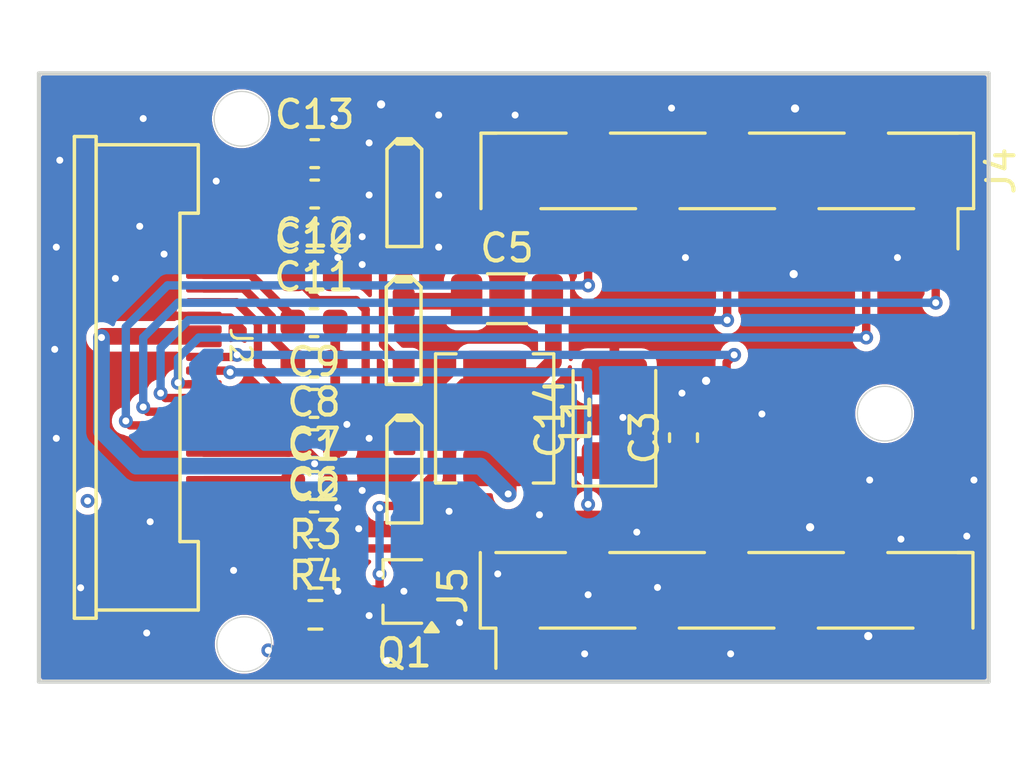
<source format=kicad_pcb>
(kicad_pcb (version 20241229) (generator "pcbnew") (generator_version "9.0")
  (layers (0 "F.Cu" signal) (2 "B.Cu" signal) (13 "F.Paste" user) (15 "B.Paste" user) (5 "F.SilkS" user "F.Silkscreen") (7 "B.SilkS" user "B.Silkscreen") (1 "F.Mask" user) (3 "B.Mask" user) (25 "Edge.Cuts" user))
  (net 0 "")
  (net 1 "GND")
  (net 2 "N$25")
  (net 3 "SCK")
  (net 4 "MOSI")
  (net 5 "D8")
  (net 6 "TX")
  (net 7 "RX")
  (net 8 "Net-(C1-Pad1)")
  (net 9 "Net-(C2-Pad1)")
  (net 10 "+3V3")
  (net 11 "Net-(Q1-D)")
  (net 12 "Net-(C5-Pad1)")
  (net 13 "Net-(C7-Pad2)")
  (net 14 "Net-(C8-Pad2)")
  (net 15 "Net-(C9-Pad2)")
  (net 16 "Net-(C10-Pad1)")
  (net 17 "Net-(C11-Pad2)")
  (net 18 "Net-(C12-Pad2)")
  (net 19 "Net-(C13-Pad1)")
  (net 20 "D5{slash}BUSY")
  (net 21 "D3{slash}DC")
  (net 23 "D1{slash}CS")
  (net 24 "D0{slash}RST")
  (net 25 "Net-(Q1-S)")
  (net 27 "Net-(Q1-G)")
  (net 28 "D2")
  (net 29 "D4")
  (net 30 "+5V")
  (footprint "epaperIO:SOD-323" (layer "F.Cu") (at 141.85 98.4405 -90)
    (property "Reference" "D3" (hide yes))
    (property "Value" "B0540W")
    (fp_line (start -1.778 0.635) (end -2.159 0.254) (stroke (width 0.127)) (layer "F.SilkS"))
    (fp_line (start 1.778 0.635) (end -1.778 0.635) (stroke (width 0.127)) (layer "F.SilkS"))
    (fp_line (start -2.159 0.254) (end -2.159 -0.254) (stroke (width 0.127)) (layer "F.SilkS"))
    (fp_line (start -2.159 -0.254) (end -1.778 -0.635) (stroke (width 0.127)) (layer "F.SilkS"))
    (fp_line (start -2.0066 -0.254) (end -2.0066 0.254) (stroke (width 0.2032)) (layer "F.SilkS"))
    (fp_line (start -1.778 -0.635) (end 1.778 -0.635) (stroke (width 0.127)) (layer "F.SilkS"))
    (fp_line (start 1.778 -0.635) (end 1.778 0.635) (stroke (width 0.127)) (layer "F.SilkS"))
    (pad "+" smd roundrect (at 1.2 0 90) (size 1 0.8) (layers "F.Cu" "F.Mask" "F.Paste") (roundrect_rratio 0.125) (net 12 "Net-(C5-Pad1)"))
    (pad "-" smd roundrect (at -1.2 0 90) (size 1 0.8) (layers "F.Cu" "F.Mask" "F.Paste") (roundrect_rratio 0.125) (net 1 "GND"))
  )
  (footprint "Inductor_SMD:L_TechFuse_SL0420" (layer "F.Cu") (at 145.15 106.5 -90)
    (property "Reference" "L1" (at 0 -3 90) (layer "F.SilkS"))
    (property "Value" "10uH")
    (fp_line (start -2.36 2.16) (end -2.36 1.41) (stroke (width 0.12)) (layer "F.SilkS"))
    (fp_line (start 2.36 2.16) (end -2.36 2.16) (stroke (width 0.12)) (layer "F.SilkS"))
    (fp_line (start 2.36 1.41) (end 2.36 2.16) (stroke (width 0.12)) (layer "F.SilkS"))
    (fp_line (start -2.36 -1.41) (end -2.36 -2.16) (stroke (width 0.12)) (layer "F.SilkS"))
    (fp_line (start -2.36 -2.16) (end 2.36 -2.16) (stroke (width 0.12)) (layer "F.SilkS"))
    (fp_line (start 2.36 -2.16) (end 2.36 -1.41) (stroke (width 0.12)) (layer "F.SilkS"))
    (pad "1" smd roundrect (at -1.775 0 270) (size 1.4 2.3) (layers "F.Cu" "F.Mask" "F.Paste") (roundrect_rratio 0.178571) (net 11 "Net-(Q1-D)"))
    (pad "2" smd roundrect (at 1.775 0 270) (size 1.4 2.3) (layers "F.Cu" "F.Mask" "F.Paste") (roundrect_rratio 0.178571) (net 10 "+3V3"))
  )
  (footprint "Resistor_SMD:R_0603_1608Metric" (layer "F.Cu") (at 138.6 113.675)
    (property "Reference" "R4" (at 0 -1.43 0) (layer "F.SilkS"))
    (property "Value" "10K")
    (fp_line (start -0.237258 -0.5225) (end 0.237258 -0.5225) (stroke (width 0.12)) (layer "F.SilkS"))
    (fp_line (start -0.237258 0.5225) (end 0.237258 0.5225) (stroke (width 0.12)) (layer "F.SilkS"))
    (pad "1" smd roundrect (at -0.825 0) (size 0.8 0.95) (layers "F.Cu" "F.Mask" "F.Paste") (net 27 "Net-(Q1-G)"))
    (pad "2" smd roundrect (at 0.825 0) (size 0.8 0.95) (layers "F.Cu" "F.Mask" "F.Paste") (net 1 "GND"))
  )
  (footprint "Capacitor_SMD:C_0603_1608Metric" (layer "F.Cu") (at 138.55 108.95)
    (property "Reference" "C1" (at 0 -1.43 0) (layer "F.SilkS"))
    (property "Value" "1uF")
    (fp_line (start -0.14058 -0.51) (end 0.14058 -0.51) (stroke (width 0.12)) (layer "F.SilkS"))
    (fp_line (start -0.14058 0.51) (end 0.14058 0.51) (stroke (width 0.12)) (layer "F.SilkS"))
    (pad "1" smd roundrect (at -0.775 0) (size 0.9 0.95) (layers "F.Cu" "F.Mask" "F.Paste") (net 8 "Net-(C1-Pad1)"))
    (pad "2" smd roundrect (at 0.775 0) (size 0.9 0.95) (layers "F.Cu" "F.Mask" "F.Paste") (net 1 "GND"))
  )
  (footprint "Capacitor_SMD:C_0603_1608Metric" (layer "F.Cu") (at 138.575 98.3 180)
    (property "Reference" "C12" (at 0 -1.43 0) (layer "F.SilkS"))
    (property "Value" "1uF")
    (fp_line (start -0.14058 0.51) (end 0.14058 0.51) (stroke (width 0.12)) (layer "F.SilkS"))
    (fp_line (start -0.14058 -0.51) (end 0.14058 -0.51) (stroke (width 0.12)) (layer "F.SilkS"))
    (pad "1" smd roundrect (at -0.775 0 180) (size 0.9 0.95) (layers "F.Cu" "F.Mask" "F.Paste") (net 1 "GND"))
    (pad "2" smd roundrect (at 0.775 0 180) (size 0.9 0.95) (layers "F.Cu" "F.Mask" "F.Paste") (net 18 "Net-(C12-Pad2)"))
  )
  (footprint "epaperIO:SOD-323" (layer "F.Cu") (at 141.825 103.475 -90)
    (property "Reference" "D2" (hide yes))
    (property "Value" "B0540W")
    (fp_line (start -1.778 0.635) (end -2.159 0.254) (stroke (width 0.127)) (layer "F.SilkS"))
    (fp_line (start 1.778 0.635) (end -1.778 0.635) (stroke (width 0.127)) (layer "F.SilkS"))
    (fp_line (start -2.159 0.254) (end -2.159 -0.254) (stroke (width 0.127)) (layer "F.SilkS"))
    (fp_line (start -2.159 -0.254) (end -1.778 -0.635) (stroke (width 0.127)) (layer "F.SilkS"))
    (fp_line (start -2.0066 -0.254) (end -2.0066 0.254) (stroke (width 0.2032)) (layer "F.SilkS"))
    (fp_line (start -1.778 -0.635) (end 1.778 -0.635) (stroke (width 0.127)) (layer "F.SilkS"))
    (fp_line (start 1.778 -0.635) (end 1.778 0.635) (stroke (width 0.127)) (layer "F.SilkS"))
    (pad "+" smd roundrect (at 1.2 0 90) (size 1 0.8) (layers "F.Cu" "F.Mask" "F.Paste") (roundrect_rratio 0.125) (net 18 "Net-(C12-Pad2)"))
    (pad "-" smd roundrect (at -1.2 0 90) (size 1 0.8) (layers "F.Cu" "F.Mask" "F.Paste") (roundrect_rratio 0.125) (net 12 "Net-(C5-Pad1)"))
  )
  (footprint "Capacitor_SMD:C_0603_1608Metric" (layer "F.Cu") (at 138.55 104.475 180)
    (property "Reference" "C8" (at 0 -1.43 0) (layer "F.SilkS"))
    (property "Value" "1uF")
    (fp_line (start -0.14058 0.51) (end 0.14058 0.51) (stroke (width 0.12)) (layer "F.SilkS"))
    (fp_line (start -0.14058 -0.51) (end 0.14058 -0.51) (stroke (width 0.12)) (layer "F.SilkS"))
    (pad "1" smd roundrect (at -0.775 0 180) (size 0.9 0.95) (layers "F.Cu" "F.Mask" "F.Paste") (net 1 "GND"))
    (pad "2" smd roundrect (at 0.775 0 180) (size 0.9 0.95) (layers "F.Cu" "F.Mask" "F.Paste") (net 14 "Net-(C8-Pad2)"))
  )
  (footprint "Capacitor_Tantalum_SMD:CP_EIA-3528-15_AVX-H" (layer "F.Cu") (at 149.525 106.5 90)
    (property "Reference" "C14" (at 0 -2.35 90) (layer "F.SilkS"))
    (property "Value" "220uF/6.3V")
    (fp_line (start 1.75 -1.51) (end -2.47 -1.51) (stroke (width 0.12)) (layer "F.SilkS"))
    (fp_line (start -2.47 -1.51) (end -2.47 1.51) (stroke (width 0.12)) (layer "F.SilkS"))
    (fp_line (start -2.47 1.51) (end 1.75 1.51) (stroke (width 0.12)) (layer "F.SilkS"))
    (pad "1" smd roundrect (at -1.54 0 90) (size 1.34 2.39) (layers "F.Cu" "F.Mask" "F.Paste") (roundrect_rratio 0.186567) (net 10 "+3V3"))
    (pad "2" smd roundrect (at 1.54 0 90) (size 1.34 2.39) (layers "F.Cu" "F.Mask" "F.Paste") (roundrect_rratio 0.186567) (net 1 "GND"))
  )
  (footprint "Connector_PinHeader_2.54mm:PinHeader_1x07_P2.54mm_Vertical_SMD_Pin1Right" (layer "F.Cu") (at 153.65 97.455 -90)
    (property "Reference" "J4" (at 0 -10 90) (layer "F.SilkS"))
    (property "Value" "Conn_01x07_Pin")
    (fp_line (start -1.38 9) (end 1.38 9) (stroke (width 0.12)) (layer "F.SilkS"))
    (fp_line (start -1.38 8.43) (end -1.38 9) (stroke (width 0.12)) (layer "F.SilkS"))
    (fp_line (start -1.38 5.89) (end -1.38 9) (stroke (width 0.12)) (layer "F.SilkS"))
    (fp_line (start 1.38 3.35) (end 1.38 6.81) (stroke (width 0.12)) (layer "F.SilkS"))
    (fp_line (start -1.38 0.81) (end -1.38 4.27) (stroke (width 0.12)) (layer "F.SilkS"))
    (fp_line (start 1.38 -1.73) (end 1.38 1.73) (stroke (width 0.12)) (layer "F.SilkS"))
    (fp_line (start -1.38 -4.27) (end -1.38 -0.81) (stroke (width 0.12)) (layer "F.SilkS"))
    (fp_line (start 1.38 -6.81) (end 1.38 -3.35) (stroke (width 0.12)) (layer "F.SilkS"))
    (fp_line (start -1.38 -8.43) (end -1.38 -5.89) (stroke (width 0.12)) (layer "F.SilkS"))
    (fp_line (start 1.38 -8.43) (end 2.85 -8.43) (stroke (width 0.12)) (layer "F.SilkS"))
    (fp_line (start -1.38 -9) (end -1.38 -5.89) (stroke (width 0.12)) (layer "F.SilkS"))
    (fp_line (start -1.38 -9) (end 1.38 -9) (stroke (width 0.12)) (layer "F.SilkS"))
    (fp_line (start 1.38 -9) (end 1.38 -8.43) (stroke (width 0.12)) (layer "F.SilkS"))
    (pad "1" smd rect (at 1.655 -7.62 270) (size 2.51 1) (layers "F.Cu" "F.Mask" "F.Paste") (net 24 "D0{slash}RST"))
    (pad "2" smd rect (at -1.655 -5.08 270) (size 2.51 1) (layers "F.Cu" "F.Mask" "F.Paste") (net 23 "D1{slash}CS"))
    (pad "3" smd rect (at 1.655 -2.54 270) (size 2.51 1) (layers "F.Cu" "F.Mask" "F.Paste") (net 28 "D2"))
    (pad "4" smd rect (at -1.655 0 270) (size 2.51 1) (layers "F.Cu" "F.Mask" "F.Paste") (net 21 "D3{slash}DC"))
    (pad "5" smd rect (at 1.655 2.54 270) (size 2.51 1) (layers "F.Cu" "F.Mask" "F.Paste") (net 29 "D4"))
    (pad "6" smd rect (at -1.655 5.08 270) (size 2.51 1) (layers "F.Cu" "F.Mask" "F.Paste") (net 20 "D5{slash}BUSY"))
    (pad "7" smd rect (at 1.655 7.62 270) (size 2.51 1) (layers "F.Cu" "F.Mask" "F.Paste") (net 6 "TX"))
  )
  (footprint "Connector_PinHeader_2.54mm:PinHeader_1x07_P2.54mm_Vertical_SMD_Pin1Left" (layer "F.Cu") (at 153.625 112.78 90)
    (property "Reference" "J5" (at 0 -10 90) (layer "F.SilkS"))
    (property "Value" "Conn_01x07_Pin")
    (fp_line (start -1.38 -9) (end 1.38 -9) (stroke (width 0.12)) (layer "F.SilkS"))
    (fp_line (start -1.38 -9) (end -1.38 -8.43) (stroke (width 0.12)) (layer "F.SilkS"))
    (fp_line (start 1.38 -8.43) (end 1.38 -5.89) (stroke (width 0.12)) (layer "F.SilkS"))
    (fp_line (start -1.38 -8.43) (end -2.85 -8.43) (stroke (width 0.12)) (layer "F.SilkS"))
    (fp_line (start -1.38 -6.81) (end -1.38 -3.35) (stroke (width 0.12)) (layer "F.SilkS"))
    (fp_line (start 1.38 -4.27) (end 1.38 -0.81) (stroke (width 0.12)) (layer "F.SilkS"))
    (fp_line (start -1.38 -1.73) (end -1.38 1.73) (stroke (width 0.12)) (layer "F.SilkS"))
    (fp_line (start 1.38 0.81) (end 1.38 4.27) (stroke (width 0.12)) (layer "F.SilkS"))
    (fp_line (start -1.38 3.35) (end -1.38 6.81) (stroke (width 0.12)) (layer "F.SilkS"))
    (fp_line (start 1.38 5.89) (end 1.38 9) (stroke (width 0.12)) (layer "F.SilkS"))
    (fp_line (start 1.38 8.43) (end 1.38 9) (stroke (width 0.12)) (layer "F.SilkS"))
    (fp_line (start -1.38 9) (end 1.38 9) (stroke (width 0.12)) (layer "F.SilkS"))
    (pad "1" smd rect (at -1.655 -7.62 90) (size 2.51 1) (layers "F.Cu" "F.Mask" "F.Paste") (net 7 "RX"))
    (pad "2" smd rect (at 1.655 -5.08 90) (size 2.51 1) (layers "F.Cu" "F.Mask" "F.Paste") (net 3 "SCK"))
    (pad "3" smd rect (at -1.655 -2.54 90) (size 2.51 1) (layers "F.Cu" "F.Mask" "F.Paste") (net 5 "D8"))
    (pad "4" smd rect (at 1.655 0 90) (size 2.51 1) (layers "F.Cu" "F.Mask" "F.Paste") (net 4 "MOSI"))
    (pad "5" smd rect (at -1.655 2.54 90) (size 2.51 1) (layers "F.Cu" "F.Mask" "F.Paste") (net 10 "+3V3"))
    (pad "6" smd rect (at 1.655 5.08 90) (size 2.51 1) (layers "F.Cu" "F.Mask" "F.Paste") (net 1 "GND"))
    (pad "7" smd rect (at -1.655 7.62 90) (size 2.51 1) (layers "F.Cu" "F.Mask" "F.Paste") (net 30 "+5V"))
  )
  (footprint "epaperIO:FPCB24-SMD-0.5-17.6X5.0X2MM" (layer "F.Cu") (at 134.525 105 -90)
    (property "Reference" "J2" (at -1.905 -0.889 270) (layer "F.SilkS") (effects (font (size 0.78232 0.78232) (thickness 0.10668)) (justify left bottom)))
    (property "Value" "Display")
    (fp_line (start -8.8 4.731) (end -8.8 3.9365) (stroke (width 0.127)) (layer "F.SilkS"))
    (fp_line (start 8.8 4.731) (end -8.8 4.731) (stroke (width 0.127)) (layer "F.SilkS"))
    (fp_line (start -8.8 3.9365) (end -8.5 3.9365) (stroke (width 0.127)) (layer "F.SilkS"))
    (fp_line (start -8.5 3.9365) (end 8.5 3.9365) (stroke (width 0.127)) (layer "F.SilkS"))
    (fp_line (start -8.5 3.9365) (end -8.5 0.204) (stroke (width 0.127)) (layer "F.SilkS"))
    (fp_line (start 8.5 3.9365) (end 8.8 3.9365) (stroke (width 0.127)) (layer "F.SilkS"))
    (fp_line (start 8.8 3.9365) (end 8.8 4.731) (stroke (width 0.127)) (layer "F.SilkS"))
    (fp_line (start -6 0.873) (end 6 0.873) (stroke (width 0.127)) (layer "F.SilkS"))
    (fp_line (start 6 0.873) (end 6 0.204) (stroke (width 0.127)) (layer "F.SilkS"))
    (fp_line (start -8.5 0.204) (end -6 0.204) (stroke (width 0.127)) (layer "F.SilkS"))
    (fp_line (start -6 0.204) (end -6 0.873) (stroke (width 0.127)) (layer "F.SilkS"))
    (fp_line (start 6 0.204) (end 8.5 0.204) (stroke (width 0.127)) (layer "F.SilkS"))
    (fp_line (start 8.5 0.204) (end 8.5 3.9365) (stroke (width 0.127)) (layer "F.SilkS"))
    (pad "1" smd roundrect (at 5.75 0 180) (size 1.3 0.3) (layers "F.Cu" "F.Mask" "F.Paste"))
    (pad "2" smd roundrect (at 5.25 0 180) (size 1.3 0.3) (layers "F.Cu" "F.Mask" "F.Paste") (net 27 "Net-(Q1-G)"))
    (pad "3" smd roundrect (at 4.75 0 180) (size 1.3 0.3) (layers "F.Cu" "F.Mask" "F.Paste") (net 25 "Net-(Q1-S)"))
    (pad "4" smd roundrect (at 4.25 0 180) (size 1.3 0.3) (layers "F.Cu" "F.Mask" "F.Paste") (net 9 "Net-(C2-Pad1)"))
    (pad "5" smd roundrect (at 3.75 0 180) (size 1.3 0.3) (layers "F.Cu" "F.Mask" "F.Paste") (net 8 "Net-(C1-Pad1)"))
    (pad "6" smd roundrect (at 3.25 0 180) (size 1.3 0.3) (layers "F.Cu" "F.Mask" "F.Paste"))
    (pad "7" smd roundrect (at 2.75 0 180) (size 1.3 0.3) (layers "F.Cu" "F.Mask" "F.Paste") (net 10 "+3V3"))
    (pad "8" smd roundrect (at 2.25 0 180) (size 1.3 0.3) (layers "F.Cu" "F.Mask" "F.Paste") (net 1 "GND"))
    (pad "9" smd roundrect (at 1.75 0 180) (size 1.3 0.3) (layers "F.Cu" "F.Mask" "F.Paste") (net 20 "D5{slash}BUSY"))
    (pad "10" smd roundrect (at 1.25 0 180) (size 1.3 0.3) (layers "F.Cu" "F.Mask" "F.Paste") (net 24 "D0{slash}RST"))
    (pad "11" smd roundrect (at 0.75 0 180) (size 1.3 0.3) (layers "F.Cu" "F.Mask" "F.Paste") (net 21 "D3{slash}DC"))
    (pad "12" smd roundrect (at 0.25 0 180) (size 1.3 0.3) (layers "F.Cu" "F.Mask" "F.Paste") (net 23 "D1{slash}CS"))
    (pad "13" smd roundrect (at -0.25 0 180) (size 1.3 0.3) (layers "F.Cu" "F.Mask" "F.Paste") (net 3 "SCK"))
    (pad "14" smd roundrect (at -0.75 0 180) (size 1.3 0.3) (layers "F.Cu" "F.Mask" "F.Paste") (net 4 "MOSI"))
    (pad "15" smd roundrect (at -1.25 0 180) (size 1.3 0.3) (layers "F.Cu" "F.Mask" "F.Paste") (net 10 "+3V3"))
    (pad "16" smd roundrect (at -1.75 0 180) (size 1.3 0.3) (layers "F.Cu" "F.Mask" "F.Paste") (net 10 "+3V3"))
    (pad "17" smd roundrect (at -2.25 0 180) (size 1.3 0.3) (layers "F.Cu" "F.Mask" "F.Paste") (net 1 "GND"))
    (pad "18" smd roundrect (at -2.75 0 180) (size 1.3 0.3) (layers "F.Cu" "F.Mask" "F.Paste") (net 13 "Net-(C7-Pad2)"))
    (pad "19" smd roundrect (at -3.25 0 180) (size 1.3 0.3) (layers "F.Cu" "F.Mask" "F.Paste") (net 14 "Net-(C8-Pad2)"))
    (pad "20" smd roundrect (at -3.75 0 180) (size 1.3 0.3) (layers "F.Cu" "F.Mask" "F.Paste") (net 15 "Net-(C9-Pad2)"))
    (pad "21" smd roundrect (at -4.25 0 180) (size 1.3 0.3) (layers "F.Cu" "F.Mask" "F.Paste") (net 16 "Net-(C10-Pad1)"))
    (pad "22" smd roundrect (at -4.75 0 180) (size 1.3 0.3) (layers "F.Cu" "F.Mask" "F.Paste") (net 17 "Net-(C11-Pad2)"))
    (pad "23" smd roundrect (at -5.25 0 180) (size 1.3 0.3) (layers "F.Cu" "F.Mask" "F.Paste") (net 18 "Net-(C12-Pad2)"))
    (pad "24" smd roundrect (at -5.75 0 180) (size 1.3 0.3) (layers "F.Cu" "F.Mask" "F.Paste") (net 19 "Net-(C13-Pad1)"))
    (pad "25" smd roundrect (at -7.4 2.35) (size 3 2) (layers "F.Cu" "F.Mask" "F.Paste") (net 1 "GND"))
    (pad "26" smd roundrect (at 7.4 2.35) (size 3 2) (layers "F.Cu" "F.Mask" "F.Paste") (net 1 "GND"))
  )
  (footprint "Capacitor_SMD:C_0603_1608Metric" (layer "F.Cu") (at 138.55 110.425)
    (property "Reference" "C2" (at 0 -1.43 0) (layer "F.SilkS"))
    (property "Value" "1uF")
    (fp_line (start -0.14058 -0.51) (end 0.14058 -0.51) (stroke (width 0.12)) (layer "F.SilkS"))
    (fp_line (start -0.14058 0.51) (end 0.14058 0.51) (stroke (width 0.12)) (layer "F.SilkS"))
    (pad "1" smd roundrect (at -0.775 0) (size 0.9 0.95) (layers "F.Cu" "F.Mask" "F.Paste") (net 9 "Net-(C2-Pad1)"))
    (pad "2" smd roundrect (at 0.775 0) (size 0.9 0.95) (layers "F.Cu" "F.Mask" "F.Paste") (net 1 "GND"))
  )
  (footprint "Capacitor_SMD:C_0603_1608Metric" (layer "F.Cu") (at 152.05 107.2 90)
    (property "Reference" "C3" (at 0 -1.43 90) (layer "F.SilkS"))
    (property "Value" "1uF")
    (fp_line (start -0.14058 -0.51) (end 0.14058 -0.51) (stroke (width 0.12)) (layer "F.SilkS"))
    (fp_line (start -0.14058 0.51) (end 0.14058 0.51) (stroke (width 0.12)) (layer "F.SilkS"))
    (pad "1" smd roundrect (at -0.775 0 90) (size 0.9 0.95) (layers "F.Cu" "F.Mask" "F.Paste") (net 10 "+3V3"))
    (pad "2" smd roundrect (at 0.775 0 90) (size 0.9 0.95) (layers "F.Cu" "F.Mask" "F.Paste") (net 1 "GND"))
  )
  (footprint "Capacitor_SMD:C_0603_1608Metric" (layer "F.Cu") (at 138.55 107.425 180)
    (property "Reference" "C6" (at 0 -1.43 0) (layer "F.SilkS"))
    (property "Value" "100nF")
    (fp_line (start -0.14058 0.51) (end 0.14058 0.51) (stroke (width 0.12)) (layer "F.SilkS"))
    (fp_line (start -0.14058 -0.51) (end 0.14058 -0.51) (stroke (width 0.12)) (layer "F.SilkS"))
    (pad "1" smd roundrect (at -0.775 0 180) (size 0.9 0.95) (layers "F.Cu" "F.Mask" "F.Paste") (net 1 "GND"))
    (pad "2" smd roundrect (at 0.775 0 180) (size 0.9 0.95) (layers "F.Cu" "F.Mask" "F.Paste") (net 10 "+3V3"))
  )
  (footprint "Capacitor_SMD:C_0603_1608Metric" (layer "F.Cu") (at 138.575 96.825)
    (property "Reference" "C13" (at 0 -1.43 0) (layer "F.SilkS"))
    (property "Value" "1uF")
    (fp_line (start -0.14058 -0.51) (end 0.14058 -0.51) (stroke (width 0.12)) (layer "F.SilkS"))
    (fp_line (start -0.14058 0.51) (end 0.14058 0.51) (stroke (width 0.12)) (layer "F.SilkS"))
    (pad "1" smd roundrect (at -0.775 0) (size 0.9 0.95) (layers "F.Cu" "F.Mask" "F.Paste") (net 19 "Net-(C13-Pad1)"))
    (pad "2" smd roundrect (at 0.775 0) (size 0.9 0.95) (layers "F.Cu" "F.Mask" "F.Paste") (net 1 "GND"))
  )
  (footprint "Capacitor_SMD:C_0603_1608Metric" (layer "F.Cu") (at 138.55 99.9 180)
    (property "Reference" "C11" (at 0 -1.43 0) (layer "F.SilkS"))
    (property "Value" "1uF")
    (fp_line (start -0.14058 0.51) (end 0.14058 0.51) (stroke (width 0.12)) (layer "F.SilkS"))
    (fp_line (start -0.14058 -0.51) (end 0.14058 -0.51) (stroke (width 0.12)) (layer "F.SilkS"))
    (pad "1" smd roundrect (at -0.775 0 180) (size 0.9 0.95) (layers "F.Cu" "F.Mask" "F.Paste") (net 1 "GND"))
    (pad "2" smd roundrect (at 0.775 0 180) (size 0.9 0.95) (layers "F.Cu" "F.Mask" "F.Paste") (net 17 "Net-(C11-Pad2)"))
  )
  (footprint "Capacitor_SMD:C_1206_3216Metric" (layer "F.Cu") (at 145.6 102.125)
    (property "Reference" "C5" (at 0 -1.85 0) (layer "F.SilkS"))
    (property "Value" "4.7uF/50V")
    (fp_line (start -0.711252 -0.91) (end 0.711252 -0.91) (stroke (width 0.12)) (layer "F.SilkS"))
    (fp_line (start -0.711252 0.91) (end 0.711252 0.91) (stroke (width 0.12)) (layer "F.SilkS"))
    (pad "1" smd roundrect (at -1.475 0) (size 1.15 1.8) (layers "F.Cu" "F.Mask" "F.Paste") (roundrect_rratio 0.217391) (net 12 "Net-(C5-Pad1)"))
    (pad "2" smd roundrect (at 1.475 0) (size 1.15 1.8) (layers "F.Cu" "F.Mask" "F.Paste") (roundrect_rratio 0.217391) (net 11 "Net-(Q1-D)"))
  )
  (footprint "Capacitor_SMD:C_0603_1608Metric" (layer "F.Cu") (at 138.55 105.95 180)
    (property "Reference" "C7" (at 0 -1.43 0) (layer "F.SilkS"))
    (property "Value" "1uF")
    (fp_line (start -0.14058 0.51) (end 0.14058 0.51) (stroke (width 0.12)) (layer "F.SilkS"))
    (fp_line (start -0.14058 -0.51) (end 0.14058 -0.51) (stroke (width 0.12)) (layer "F.SilkS"))
    (pad "1" smd roundrect (at -0.775 0 180) (size 0.9 0.95) (layers "F.Cu" "F.Mask" "F.Paste") (net 1 "GND"))
    (pad "2" smd roundrect (at 0.775 0 180) (size 0.9 0.95) (layers "F.Cu" "F.Mask" "F.Paste") (net 13 "Net-(C7-Pad2)"))
  )
  (footprint "epaperIO:SOD-323" (layer "F.Cu") (at 141.85 108.5405 -90)
    (property "Reference" "D1" (hide yes))
    (property "Value" "B0540W")
    (fp_line (start -1.778 0.635) (end -2.159 0.254) (stroke (width 0.127)) (layer "F.SilkS"))
    (fp_line (start 1.778 0.635) (end -1.778 0.635) (stroke (width 0.127)) (layer "F.SilkS"))
    (fp_line (start -2.159 0.254) (end -2.159 -0.254) (stroke (width 0.127)) (layer "F.SilkS"))
    (fp_line (start -2.159 -0.254) (end -1.778 -0.635) (stroke (width 0.127)) (layer "F.SilkS"))
    (fp_line (start -2.0066 -0.254) (end -2.0066 0.254) (stroke (width 0.2032)) (layer "F.SilkS"))
    (fp_line (start -1.778 -0.635) (end 1.778 -0.635) (stroke (width 0.127)) (layer "F.SilkS"))
    (fp_line (start 1.778 -0.635) (end 1.778 0.635) (stroke (width 0.127)) (layer "F.SilkS"))
    (pad "+" smd roundrect (at 1.2 0 90) (size 1 0.8) (layers "F.Cu" "F.Mask" "F.Paste") (roundrect_rratio 0.125) (net 11 "Net-(Q1-D)"))
    (pad "-" smd roundrect (at -1.2 0 90) (size 1 0.8) (layers "F.Cu" "F.Mask" "F.Paste") (roundrect_rratio 0.125) (net 16 "Net-(C10-Pad1)"))
  )
  (footprint "Resistor_SMD:R_0603_1608Metric" (layer "F.Cu") (at 138.6 112.175)
    (property "Reference" "R3" (at 0 -1.43 0) (layer "F.SilkS"))
    (property "Value" "0.47R/1%")
    (fp_line (start -0.237258 -0.5225) (end 0.237258 -0.5225) (stroke (width 0.12)) (layer "F.SilkS"))
    (fp_line (start -0.237258 0.5225) (end 0.237258 0.5225) (stroke (width 0.12)) (layer "F.SilkS"))
    (pad "1" smd roundrect (at -0.825 0) (size 0.8 0.95) (layers "F.Cu" "F.Mask" "F.Paste") (net 25 "Net-(Q1-S)"))
    (pad "2" smd roundrect (at 0.825 0) (size 0.8 0.95) (layers "F.Cu" "F.Mask" "F.Paste") (net 1 "GND"))
  )
  (footprint "Capacitor_SMD:C_0603_1608Metric" (layer "F.Cu") (at 138.55 101.375)
    (property "Reference" "C10" (at 0 -1.43 0) (layer "F.SilkS"))
    (property "Value" "1uF")
    (fp_line (start -0.14058 -0.51) (end 0.14058 -0.51) (stroke (width 0.12)) (layer "F.SilkS"))
    (fp_line (start -0.14058 0.51) (end 0.14058 0.51) (stroke (width 0.12)) (layer "F.SilkS"))
    (pad "1" smd roundrect (at -0.775 0) (size 0.9 0.95) (layers "F.Cu" "F.Mask" "F.Paste") (net 16 "Net-(C10-Pad1)"))
    (pad "2" smd roundrect (at 0.775 0) (size 0.9 0.95) (layers "F.Cu" "F.Mask" "F.Paste") (net 1 "GND"))
  )
  (footprint "Capacitor_SMD:C_0603_1608Metric" (layer "F.Cu") (at 138.55 103 180)
    (property "Reference" "C9" (at 0 -1.43 0) (layer "F.SilkS"))
    (property "Value" "1uF")
    (fp_line (start -0.14058 0.51) (end 0.14058 0.51) (stroke (width 0.12)) (layer "F.SilkS"))
    (fp_line (start -0.14058 -0.51) (end 0.14058 -0.51) (stroke (width 0.12)) (layer "F.SilkS"))
    (pad "1" smd roundrect (at -0.775 0 180) (size 0.9 0.95) (layers "F.Cu" "F.Mask" "F.Paste") (net 1 "GND"))
    (pad "2" smd roundrect (at 0.775 0 180) (size 0.9 0.95) (layers "F.Cu" "F.Mask" "F.Paste") (net 15 "Net-(C9-Pad2)"))
  )
  (footprint "Package_TO_SOT_SMD:SOT-323_SC-70" (layer "F.Cu") (at 141.8 112.8225 180)
    (property "Reference" "Q1" (at -0.05 -2.25 0) (layer "F.SilkS"))
    (property "Value" "Si1304BDL")
    (fp_line (start 0.73 0.5) (end 0.73 1.16) (stroke (width 0.12)) (layer "F.SilkS"))
    (fp_line (start 0.73 -1.16) (end 0.73 -0.5) (stroke (width 0.12)) (layer "F.SilkS"))
    (fp_line (start -0.68 1.16) (end 0.73 1.16) (stroke (width 0.12)) (layer "F.SilkS"))
    (fp_line (start -0.68 -1.16) (end 0.73 -1.16) (stroke (width 0.12)) (layer "F.SilkS"))
    (fp_poly (pts (xy -1.05 -1.14) (xy -1.29 -1.47) (xy -0.81 -1.47) (xy -1.05 -1.14)) (stroke (width 0.12)) (fill yes) (layer "F.SilkS"))
    (pad "1" smd roundrect (at -1 -0.65 90) (size 0.45 0.7) (layers "F.Cu" "F.Mask" "F.Paste") (net 27 "Net-(Q1-G)"))
    (pad "2" smd roundrect (at -1 0.65 90) (size 0.45 0.7) (layers "F.Cu" "F.Mask" "F.Paste") (net 25 "Net-(Q1-S)"))
    (pad "3" smd roundrect (at 1 0 90) (size 0.45 0.7) (layers "F.Cu" "F.Mask" "F.Paste") (net 11 "Net-(Q1-D)"))
  )
  (gr_line (start 128.4986 116.1161) (end 163.2 116.1161) (stroke (width 0.1524)) (layer "Edge.Cuts"))
  (gr_circle (center 135.9 95.55) (end 136.125 96.525) (stroke (width 0.05)) (fill no) (layer "Edge.Cuts"))
  (gr_circle (center 159.4 106.324375) (end 159.625 107.299375) (stroke (width 0.05)) (fill no) (layer "Edge.Cuts"))
  (gr_line (start 128.4986 93.8911) (end 128.4986 116.1161) (stroke (width 0.1524)) (layer "Edge.Cuts"))
  (gr_line (start 163.2 93.8911) (end 128.4986 93.8911) (stroke (width 0.1524)) (layer "Edge.Cuts"))
  (gr_circle (center 136 114.75) (end 136.225 115.725) (stroke (width 0.05)) (fill no) (layer "Edge.Cuts"))
  (gr_line (start 163.2 116.1161) (end 163.2 93.8911) (stroke (width 0.1524)) (layer "Edge.Cuts"))
  (segment (start 134.5286 107.2536) (end 133.5511 107.2536) (width 0.3048) (layer "F.Cu") (net 1))
  (segment (start 133.2971 102.7536) (end 133.0706 102.5271) (width 0.3048) (layer "F.Cu") (net 1))
  (segment (start 132.5626 108.2421) (end 132.5626 110.2741) (width 0.3048) (layer "F.Cu") (net 1))
  (segment (start 134.5286 102.7536) (end 133.2971 102.7536) (width 0.3048) (layer "F.Cu") (net 1))
  (segment (start 133.5511 107.2536) (end 132.5626 108.2421) (width 0.3048) (layer "F.Cu") (net 1))
  (segment (start 133.0706 102.5271) (end 133.0706 100.4951) (width 0.3048) (layer "F.Cu") (net 1))
  (via (at 152.1206 100.6221) (size 0.508) (drill 0.254) (layers "F.Cu" "B.Cu") (net 1))
  (via (at 143.1036 100.2411) (size 0.508) (drill 0.254) (layers "F.Cu" "B.Cu") (net 1))
  (via (at 141.8336 112.8141) (size 0.508) (drill 0.254) (layers "F.Cu" "B.Cu") (net 1))
  (via (at 139.4206 112.8141) (size 0.508) (drill 0.254) (layers "F.Cu" "B.Cu") (net 1))
  (via (at 131.2926 101.3841) (size 0.508) (drill 0.254) (layers "F.Cu" "B.Cu") (net 1))
  (via (at 129.1336 107.2261) (size 0.508) (drill 0.254) (layers "F.Cu" "B.Cu") (net 1))
  (via (at 134.9756 97.8281) (size 0.508) (drill 0.254) (layers "F.Cu" "B.Cu") (net 1))
  (via (at 132.1816 99.4791) (size 0.508) (drill 0.254) (layers "F.Cu" "B.Cu") (net 1))
  (via (at 140.5636 96.4311) (size 0.508) (drill 0.254) (layers "F.Cu" "B.Cu") (net 1))
  (via (at 135.6106 112.0521) (size 0.508) (drill 0.254) (layers "F.Cu" "B.Cu") (net 1))
  (via (at 141 95.025) (size 0.6) (drill 0.3) (layers "F.Cu" "B.Cu") (net 1))
  (via (at 140.5636 98.3361) (size 0.508) (drill 0.254) (layers "F.Cu" "B.Cu") (net 1))
  (via (at 154.9146 106.3371) (size 0.508) (drill 0.254) (layers "F.Cu" "B.Cu") (net 1))
  (via (at 159.9946 110.9091) (size 0.508) (drill 0.254) (layers "F.Cu" "B.Cu") (net 1))
  (via (at 129.075 103.975) (size 0.508) (drill 0.254) (layers "F.Cu" "B.Cu") (net 1))
  (via (at 140.1826 110.5281) (size 0.508) (drill 0.254) (layers "F.Cu" "B.Cu") (net 1))
  (via (at 151.9936 105.5751) (size 0.508) (drill 0.254) (layers "F.Cu" "B.Cu") (net 1))
  (via (at 136.8806 114.9731) (size 0.508) (drill 0.254) (layers "F.Cu" "B.Cu") (net 1))
  (via (at 150.3426 110.6551) (size 0.508) (drill 0.254) (layers "F.Cu" "B.Cu") (net 1))
  (via (at 158.8516 108.7501) (size 0.508) (drill 0.254) (layers "F.Cu" "B.Cu") (net 1))
  (via (at 159.8676 100.6221) (size 0.508) (drill 0.254) (layers "F.Cu" "B.Cu") (net 1))
  (via (at 151.6126 95.1611) (size 0.508) (drill 0.254) (layers "F.Cu" "B.Cu") (net 1))
  (via (at 156.675 110.475) (size 0.6) (drill 0.3) (layers "F.Cu" "B.Cu") (net 1))
  (via (at 141.1986 115.3541) (size 0.508) (drill 0.254) (layers "F.Cu" "B.Cu") (net 1))
  (via (at 143.4846 109.8931) (size 0.508) (drill 0.254) (layers "F.Cu" "B.Cu") (net 1))
  (via (at 145.8976 95.4151) (size 0.508) (drill 0.254) (layers "F.Cu" "B.Cu") (net 1))
  (via (at 140.5636 113.7031) (size 0.508) (drill 0.254) (layers "F.Cu" "B.Cu") (net 1))
  (via (at 132.3086 95.5421) (size 0.508) (drill 0.254) (layers "F.Cu" "B.Cu") (net 1))
  (via (at 140.5636 107.2261) (size 0.508) (drill 0.254) (layers "F.Cu" "B.Cu") (net 1))
  (via (at 143.1036 98.3361) (size 0.508) (drill 0.254) (layers "F.Cu" "B.Cu") (net 1))
  (via (at 130.0226 112.6871) (size 0.508) (drill 0.254) (layers "F.Cu" "B.Cu") (net 1))
  (via (at 158.8 114.45) (size 0.6) (drill 0.3) (layers "F.Cu" "B.Cu") (net 1))
  (via (at 140.3096 99.8601) (size 0.508) (drill 0.254) (layers "F.Cu" "B.Cu") (net 1))
  (via (at 143.1036 95.4151) (size 0.508) (drill 0.254) (layers "F.Cu" "B.Cu") (net 1))
  (via (at 149.8346 106.4641) (size 0.508) (drill 0.254) (layers "F.Cu" "B.Cu") (net 1))
  (via (at 151.1 112.675) (size 0.508) (drill 0.254) (layers "F.Cu" "B.Cu") (net 1))
  (via (at 156.075 101.225) (size 0.6) (drill 0.3) (layers "F.Cu" "B.Cu") (net 1))
  (via (at 153.7716 115.1001) (size 0.508) (drill 0.254) (layers "F.Cu" "B.Cu") (net 1))
  (via (at 139.4206 109.7661) (size 0.508) (drill 0.254) (layers "F.Cu" "B.Cu") (net 1))
  (via (at 132.5626 110.2741) (size 0.508) (drill 0.254) (layers "F.Cu" "B.Cu") (net 1))
  (via (at 152.875 105.125) (size 0.6) (drill 0.3) (layers "F.Cu" "B.Cu") (net 1))
  (via (at 156.125 95.175) (size 0.6) (drill 0.3) (layers "F.Cu" "B.Cu") (net 1))
  (via (at 148.5646 112.9411) (size 0.508) (drill 0.254) (layers "F.Cu" "B.Cu") (net 1))
  (via (at 139.4206 100.6221) (size 0.508) (drill 0.254) (layers "F.Cu" "B.Cu") (net 1))
  (via (at 143.8656 113.9571) (size 0.508) (drill 0.254) (layers "F.Cu" "B.Cu") (net 1))
  (via (at 148.4376 115.1001) (size 0.508) (drill 0.254) (layers "F.Cu" "B.Cu") (net 1))
  (via (at 162.4 110.8) (size 0.508) (drill 0.254) (layers "F.Cu" "B.Cu") (net 1))
  (via (at 145.2626 112.1791) (size 0.508) (drill 0.254) (layers "F.Cu" "B.Cu") (net 1))
  (via (at 162.6616 108.7501) (size 0.508) (drill 0.254) (layers "F.Cu" "B.Cu") (net 1))
  (via (at 129.1336 100.2411) (size 0.508) (drill 0.254) (layers "F.Cu" "B.Cu") (net 1))
  (via (at 139.2936 95.5421) (size 0.508) (drill 0.254) (layers "F.Cu" "B.Cu") (net 1))
  (via (at 132.4356 114.3381) (size 0.508) (drill 0.254) (layers "F.Cu" "B.Cu") (net 1))
  (via (at 140.3096 100.8761) (size 0.508) (drill 0.254) (layers "F.Cu" "B.Cu") (net 1))
  (via (at 133.0706 100.4951) (size 0.508) (drill 0.254) (layers "F.Cu" "B.Cu") (net 1))
  (via (at 139.75 106.7181) (size 0.508) (drill 0.254) (layers "F.Cu" "B.Cu") (net 1))
  (via (at 129.2606 97.0661) (size 0.508) (drill 0.254) (layers "F.Cu" "B.Cu") (net 1))
  (via (at 146.7866 110.0201) (size 0.508) (drill 0.254) (layers "F.Cu" "B.Cu") (net 1))
  (via (at 140.3096 109.1311) (size 0.508) (drill 0.254) (layers "F.Cu" "B.Cu") (net 1))
  (via (at 130.2766 109.5121) (size 0.508) (drill 0.254) (layers "F.Cu" "B.Cu") (net 2))
  (segment (start 148.5646 110.9071) (end 148.5646 109.6391) (width 0.3048) (layer "F.Cu") (net 3))
  (segment (start 135.4241 104.7536) (end 135.4836 104.8131) (width 0.3048) (layer "F.Cu") (net 3))
  (segment (start 134.5286 104.7536) (end 135.4241 104.7536) (width 0.3048) (layer "F.Cu") (net 3))
  (via (at 135.4836 104.8131) (size 0.508) (drill 0.254) (layers "F.Cu" "B.Cu") (net 3))
  (via (at 148.5646 109.6391) (size 0.508) (drill 0.254) (layers "F.Cu" "B.Cu") (net 3))
  (segment (start 135.4836 104.8131) (end 148.5646 104.8131) (width 0.3048) (layer "B.Cu") (net 3))
  (segment (start 148.5646 109.6391) (end 148.5646 104.8131) (width 0.3048) (layer "B.Cu") (net 3))
  (segment (start 153.6446 110.9071) (end 153.95 110.6017) (width 0.3048) (layer "F.Cu") (net 4))
  (segment (start 135.6621 104.2536) (end 135.7376 104.1781) (width 0.3048) (layer "F.Cu") (net 4))
  (segment (start 153.9 104.1781) (end 153.625 104.4531) (width 0.3048) (layer "F.Cu") (net 4))
  (segment (start 134.5286 104.2536) (end 135.6621 104.2536) (width 0.3048) (layer "F.Cu") (net 4))
  (segment (start 153.625 111.125) (end 153.9 110.85) (width 0.2) (layer "F.Cu") (net 4))
  (segment (start 153.625 104.4531) (end 153.625 111.125) (width 0.3048) (layer "F.Cu") (net 4))
  (via (at 135.7376 104.1781) (size 0.508) (drill 0.254) (layers "F.Cu" "B.Cu") (net 4))
  (via (at 153.9 104.1781) (size 0.508) (drill 0.254) (layers "F.Cu" "B.Cu") (net 4))
  (segment (start 135.7376 104.1781) (end 153.9 104.1781) (width 0.3048) (layer "B.Cu") (net 4))
  (segment (start 137.6461 108.7536) (end 137.8966 109.0041) (width 0.3048) (layer "F.Cu") (net 8))
  (segment (start 134.5286 108.7536) (end 137.6461 108.7536) (width 0.3048) (layer "F.Cu") (net 8))
  (segment (start 136.6221 109.2536) (end 137.8966 110.5281) (width 0.3048) (layer "F.Cu") (net 9))
  (segment (start 134.5286 109.2536) (end 136.6221 109.2536) (width 0.3048) (layer "F.Cu") (net 9))
  (segment (start 145.6436 108.1911) (end 145.5676 108.1911) (width 0.6096) (layer "F.Cu") (net 10))
  (segment (start 149.4411 108.1911) (end 149.6441 107.9881) (width 0.6096) (layer "F.Cu") (net 10))
  (segment (start 151.9936 107.9881) (end 151.9936 112.5436) (width 0.6096) (layer "F.Cu") (net 10))
  (segment (start 145.5676 108.1911) (end 145.5166 108.2421) (width 0.6096) (layer "F.Cu") (net 10))
  (segment (start 134.5286 107.7536) (end 137.6231 107.7536) (width 0.3048) (layer "F.Cu") (net 10))
  (segment (start 134.3388 103.5) (end 134.3819 103.5431) (width 0.6096) (layer "F.Cu") (net 10))
  (segment (start 151.9936 112.5436) (end 152.975 113.525) (width 0.6096) (layer "F.Cu") (net 10))
  (segment (start 137.6231 107.7536) (end 137.8966 107.4801) (width 0.3048) (layer "F.Cu") (net 10))
  (segment (start 152.975 113.525) (end 156.1846 113.525) (width 0.6096) (layer "F.Cu") (net 10))
  (segment (start 138.57075 108.15425) (end 137.8966 107.4801) (width 0.6096) (layer "F.Cu") (net 10))
  (segment (start 149.6441 107.9881) (end 151.9936 107.9881) (width 0.6096) (layer "F.Cu") (net 10))
  (segment (start 156.1846 113.525) (end 156.1846 114.4671) (width 0.6096) (layer "F.Cu") (net 10))
  (segment (start 130.8277 103.5) (end 134.3388 103.5) (width 0.6096) (layer "F.Cu") (net 10))
  (segment (start 145.6436 108.1911) (end 145.6436 109.2581) (width 0.6096) (layer "F.Cu") (net 10))
  (segment (start 130.7846 103.5431) (end 130.8277 103.5) (width 0.6096) (layer "F.Cu") (net 10))
  (segment (start 145.6436 108.1911) (end 149.4411 108.1911) (width 0.6096) (layer "F.Cu") (net 10))
  (via (at 138.57075 108.15425) (size 0.508) (drill 0.254) (layers "F.Cu" "B.Cu") (net 10))
  (via (at 145.6436 109.2581) (size 0.508) (drill 0.254) (layers "F.Cu" "B.Cu") (net 10))
  (via (at 130.7846 103.5431) (size 0.508) (drill 0.254) (layers "F.Cu" "B.Cu") (net 10))
  (segment (start 144.6276 108.2421) (end 145.6436 109.2581) (width 0.6096) (layer "B.Cu") (net 10))
  (segment (start 132.0546 108.2421) (end 130.7846 106.9721) (width 0.6096) (layer "B.Cu") (net 10))
  (segment (start 138.57075 108.15425) (end 138.6586 108.2421) (width 0.6096) (layer "B.Cu") (net 10))
  (segment (start 138.4829 108.2421) (end 132.0546 108.2421) (width 0.6096) (layer "B.Cu") (net 10))
  (segment (start 138.57075 108.15425) (end 138.4829 108.2421) (width 0.6096) (layer "B.Cu") (net 10))
  (segment (start 138.6586 108.2421) (end 144.6276 108.2421) (width 0.6096) (layer "B.Cu") (net 10))
  (segment (start 130.7846 106.9721) (end 130.7846 103.5431) (width 0.6096) (layer "B.Cu") (net 10))
  (segment (start 142.8496 108.6231) (end 142.8496 106.3371) (width 0.3048) (layer "F.Cu") (net 11))
  (segment (start 147.2946 104.4321) (end 146.7866 104.9401) (width 0.6096) (layer "F.Cu") (net 11))
  (segment (start 146.7866 104.9401) (end 145.6946 104.9401) (width 0.6096) (layer "F.Cu") (net 11))
  (segment (start 141.8336 109.6961) (end 141.0146 109.6961) (width 0.3048) (layer "F.Cu") (net 11))
  (segment (start 143.9926 105.1941) (end 145.4406 105.1941) (width 0.3048) (layer "F.Cu") (net 11))
  (segment (start 145.4406 105.1941) (end 145.6436 104.9911) (width 0.3048) (layer "F.Cu") (net 11))
  (segment (start 142.8496 106.3371) (end 143.9926 105.1941) (width 0.3048) (layer "F.Cu") (net 11))
  (segment (start 141.8336 109.6961) (end 141.8336 109.6391) (width 0.3048) (layer "F.Cu") (net 11))
  (segment (start 141.0146 109.6961) (end 140.9446 109.7661) (width 0.3048) (layer "F.Cu") (net 11))
  (segment (start 145.6946 104.9401) (end 145.6436 104.9911) (width 0.6096) (layer "F.Cu") (net 11))
  (segment (start 141.8336 109.6391) (end 142.8496 108.6231) (width 0.3048) (layer "F.Cu") (net 11))
  (segment (start 140.9446 112.1791) (end 140.9446 112.8141) (width 0.3048) (layer "F.Cu") (net 11))
  (segment (start 147.2946 102.1461) (end 147.2946 104.4321) (width 0.6096) (layer "F.Cu") (net 11))
  (via (at 140.9446 112.1791) (size 0.508) (drill 0.254) (layers "F.Cu" "B.Cu") (net 11))
  (via (at 140.9446 109.7661) (size 0.508) (drill 0.254) (layers "F.Cu" "B.Cu") (net 11))
  (segment (start 140.9446 109.7661) (end 140.9446 112.1791) (width 0.3048) (layer "B.Cu") (net 11))
  (segment (start 143.9226 102.2161) (end 143.9926 102.1461) (width 0.6096) (layer "F.Cu") (net 12))
  (segment (start 141.8336 102.2161) (end 143.9226 102.2161) (width 0.6096) (layer "F.Cu") (net 12))
  (segment (start 141.8336 99.5361) (end 141.8336 102.2161) (width 0.6096) (layer "F.Cu") (net 12))
  (segment (start 135.7181 102.2536) (end 136.4996 103.0351) (width 0.3048) (layer "F.Cu") (net 13))
  (segment (start 136.4996 103.0351) (end 136.4996 104.5591) (width 0.3048) (layer "F.Cu") (net 13))
  (segment (start 134.5286 102.2536) (end 135.7181 102.2536) (width 0.3048) (layer "F.Cu") (net 13))
  (segment (start 136.4996 104.5591) (end 137.8966 105.9561) (width 0.3048) (layer "F.Cu") (net 13))
  (segment (start 134.5286 101.7536) (end 135.9801 101.7536) (width 0.3048) (layer "F.Cu") (net 14))
  (segment (start 137.0076 103.5431) (end 137.8966 104.4321) (width 0.3048) (layer "F.Cu") (net 14))
  (segment (start 135.9801 101.7536) (end 137.0076 102.7811) (width 0.3048) (layer "F.Cu") (net 14))
  (segment (start 137.0076 102.7811) (end 137.0076 103.5431) (width 0.3048) (layer "F.Cu") (net 14))
  (segment (start 134.5286 101.2536) (end 136.2421 101.2536) (width 0.3048) (layer "F.Cu") (net 15))
  (segment (start 136.2421 101.2536) (end 137.8966 102.9081) (width 0.3048) (layer "F.Cu") (net 15))
  (segment (start 138.6875 102.175) (end 137.2661 100.7536) (width 0.3048) (layer "F.Cu") (net 16))
  (segment (start 137.2661 100.7536) (end 134.5286 100.7536) (width 0.3048) (layer "F.Cu") (net 16))
  (segment (start 140.4366 105.8291) (end 140.4366 102.5271) (width 0.3048) (layer "F.Cu") (net 16))
  (segment (start 141.8336 107.2961) (end 141.8336 107.2261) (width 0.3048) (layer "F.Cu") (net 16))
  (segment (start 140.0845 102.175) (end 138.6875 102.175) (width 0.3048) (layer "F.Cu") (net 16))
  (segment (start 140.4366 102.5271) (end 140.0845 102.175) (width 0.3048) (layer "F.Cu") (net 16))
  (segment (start 141.8336 107.2261) (end 140.4366 105.8291) (width 0.3048) (layer "F.Cu") (net 16))
  (segment (start 134.5286 100.2536) (end 137.5031 100.2536) (width 0.3048) (layer "F.Cu") (net 17))
  (segment (start 137.5031 100.2536) (end 137.8966 99.8601) (width 0.3048) (layer "F.Cu") (net 17))
  (segment (start 140.4385 99.1) (end 138.6605 99.1) (width 0.3048) (layer "F.Cu") (net 18))
  (segment (start 137.8966 98.3361) (end 136.4791 99.7536) (width 0.3048) (layer "F.Cu") (net 18))
  (segment (start 141.8336 104.6161) (end 141.8336 104.5591) (width 0.3048) (layer "F.Cu") (net 18))
  (segment (start 136.4791 99.7536) (end 134.5286 99.7536) (width 0.3048) (layer "F.Cu") (net 18))
  (segment (start 141.0716 103.7971) (end 141.0716 99.7331) (width 0.3048) (layer "F.Cu") (net 18))
  (segment (start 138.6605 99.1) (end 137.8966 98.3361) (width 0.3048) (layer "F.Cu") (net 18))
  (segment (start 141.8336 104.5591) (end 141.0716 103.7971) (width 0.3048) (layer "F.Cu") (net 18))
  (segment (start 141.0716 99.7331) (end 140.4385 99.1) (width 0.3048) (layer "F.Cu") (net 18))
  (segment (start 135.4551 99.2536) (end 137.8966 96.8121) (width 0.3048) (layer "F.Cu") (net 19))
  (segment (start 134.5286 99.2536) (end 135.4551 99.2536) (width 0.3048) (layer "F.Cu") (net 19))
  (segment (start 131.8361 106.7536) (end 131.6736 106.5911) (width 0.3048) (layer "F.Cu") (net 20))
  (segment (start 148.5646 95.6671) (end 148.5646 101.6381) (width 0.3048) (layer "F.Cu") (net 20))
  (segment (start 134.5286 106.7536) (end 131.8361 106.7536) (width 0.3048) (layer "F.Cu") (net 20))
  (via (at 148.5646 101.6381) (size 0.508) (drill 0.254) (layers "F.Cu" "B.Cu") (net 20))
  (via (at 131.6736 106.5911) (size 0.508) (drill 0.254) (layers "F.Cu" "B.Cu") (net 20))
  (segment (start 131.6736 103.1621) (end 133.1976 101.6381) (width 0.3048) (layer "B.Cu") (net 20))
  (segment (start 131.6736 106.5911) (end 131.6736 103.1621) (width 0.3048) (layer "B.Cu") (net 20))
  (segment (start 148.5646 101.6381) (end 147.4216 101.6381) (width 0.3048) (layer "B.Cu") (net 20))
  (segment (start 133.1976 101.6381) (end 147.4216 101.6381) (width 0.3048) (layer "B.Cu") (net 20))
  (segment (start 133.1221 105.7536) (end 132.9436 105.5751) (width 0.3048) (layer "F.Cu") (net 21))
  (segment (start 134.5286 105.7536) (end 133.1221 105.7536) (width 0.3048) (layer "F.Cu") (net 21))
  (segment (start 153.6446 95.6671) (end 153.6446 102.9081) (width 0.3048) (layer "F.Cu") (net 21))
  (via (at 153.6446 102.9081) (size 0.508) (drill 0.254) (layers "F.Cu" "B.Cu") (net 21))
  (via (at 132.9436 105.5751) (size 0.508) (drill 0.254) (layers "F.Cu" "B.Cu") (net 21))
  (segment (start 133.9596 102.9081) (end 153.6446 102.9081) (width 0.3048) (layer "B.Cu") (net 21))
  (segment (start 132.9436 105.5751) (end 132.9436 103.9241) (width 0.3048) (layer "B.Cu") (net 21))
  (segment (start 132.9436 103.9241) (end 133.9596 102.9081) (width 0.3048) (layer "B.Cu") (net 21))
  (segment (start 134.5286 105.2536) (end 133.6381 105.2536) (width 0.3048) (layer "F.Cu") (net 23))
  (segment (start 158.7246 95.6671) (end 158.7246 103.5431) (width 0.3048) (layer "F.Cu") (net 23))
  (segment (start 133.6381 105.2536) (end 133.5786 105.1941) (width 0.3048) (layer "F.Cu") (net 23))
  (via (at 133.5786 105.1941) (size 0.508) (drill 0.254) (layers "F.Cu" "B.Cu") (net 23))
  (via (at 158.7246 103.5431) (size 0.508) (drill 0.254) (layers "F.Cu" "B.Cu") (net 23))
  (segment (start 133.5786 104.3051) (end 134.3406 103.5431) (width 0.3048) (layer "B.Cu") (net 23))
  (segment (start 133.5786 105.1941) (end 133.5786 104.3051) (width 0.3048) (layer "B.Cu") (net 23))
  (segment (start 134.3406 103.5431) (end 156.6926 103.5431) (width 0.3048) (layer "B.Cu") (net 23))
  (segment (start 158.7246 103.5431) (end 156.6926 103.5431) (width 0.3048) (layer "B.Cu") (net 23))
  (segment (start 134.5286 106.2536) (end 132.4791 106.2536) (width 0.3048) (layer "F.Cu") (net 24))
  (segment (start 132.4791 106.2536) (end 132.3086 106.0831) (width 0.3048) (layer "F.Cu") (net 24))
  (segment (start 161.2646 99.2271) (end 161.2646 102.2731) (width 0.3048) (layer "F.Cu") (net 24))
  (via (at 132.3086 106.0831) (size 0.508) (drill 0.254) (layers "F.Cu" "B.Cu") (net 24))
  (via (at 161.2646 102.2731) (size 0.508) (drill 0.254) (layers "F.Cu" "B.Cu") (net 24))
  (segment (start 132.3086 106.0831) (end 132.3086 103.5431) (width 0.3048) (layer "B.Cu") (net 24))
  (segment (start 161.2646 102.2731) (end 159.1056 102.2731) (width 0.3048) (layer "B.Cu") (net 24))
  (segment (start 133.5786 102.2731) (end 159.1056 102.2731) (width 0.3048) (layer "B.Cu") (net 24))
  (segment (start 132.3086 103.5431) (end 133.5786 102.2731) (width 0.3048) (layer "B.Cu") (net 24))
  (segment (start 142.5956 112.1791) (end 141.6665 111.25) (width 0.3048) (layer "F.Cu") (net 25))
  (segment (start 142.7226 112.1791) (end 142.5956 112.1791) (width 0.3048) (layer "F.Cu") (net 25))
  (segment (start 138.6987 111.25) (end 137.8966 112.0521) (width 0.3048) (layer "F.Cu") (net 25))
  (segment (start 141.6665 111.25) (end 138.6987 111.25) (width 0.3048) (layer "F.Cu") (net 25))
  (segment (start 137.8966 112.0521) (end 135.5981 109.7536) (width 0.3048) (layer "F.Cu") (net 25))
  (segment (start 135.5981 109.7536) (end 134.5286 109.7536) (width 0.3048) (layer "F.Cu") (net 25))
  (segment (start 141.5796 114.4651) (end 138.7856 114.4651) (width 0.3048) (layer "F.Cu") (net 27))
  (segment (start 134.5286 110.2536) (end 135.3361 110.2536) (width 0.3048) (layer "F.Cu") (net 27))
  (segment (start 142.5956 113.4491) (end 141.5796 114.4651) (width 0.3048) (layer "F.Cu") (net 27))
  (segment (start 135.3361 110.2536) (end 137.0076 111.9251) (width 0.3048) (layer "F.Cu") (net 27))
  (segment (start 137.0076 111.9251) (end 137.0076 112.6871) (width 0.3048) (layer "F.Cu") (net 27))
  (segment (start 137.0076 112.6871) (end 137.8966 113.5761) (width 0.3048) (layer "F.Cu") (net 27))
  (segment (start 142.7226 113.4491) (end 142.5956 113.4491) (width 0.3048) (layer "F.Cu") (net 27))
  (segment (start 138.7856 114.4651) (end 137.8966 113.5761) (width 0.3048) (layer "F.Cu") (net 27))
  (zone (net 1) (net_name "GND") (layer "F.Cu") (priority 6) (connect_pads (clearance 0.254)) (min_thickness 0.1524) (fill yes (thermal_gap 0.3548) (thermal_bridge_width 0.3548))
    (polygon (pts (xy 164.376 116.9035) (xy 127.0762 116.9035) (xy 127.0762 93.1037) (xy 164.376 93.1037)))
  )
  (zone (net 1) (net_name "GND") (layer "B.Cu") (priority 6) (connect_pads (clearance 0.254)) (min_thickness 0.1524) (fill yes (thermal_gap 0.3548) (thermal_bridge_width 0.3548))
    (polygon (pts (xy 164.251 116.9035) (xy 127.0762 116.9035) (xy 127.0762 93.1037) (xy 164.251 93.1037)))
  )
)
</source>
